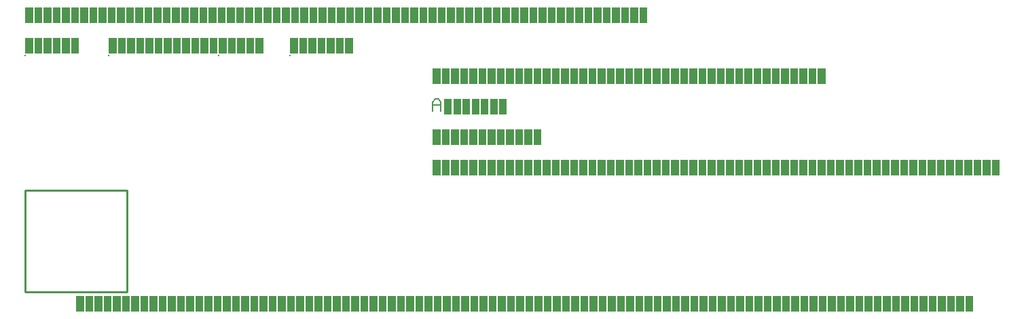
<source format=gbr>
G04 start of page 3 for group -1 layer_idx -1 *
G04 Title: text rotations, TODO:group_name *
G04 Creator: <version>
G04 CreationDate: <date>
G04 For:  *
G04 Format: Gerber/RS-274X *
G04 PCB-Dimensions: 50000 50000 *
G04 PCB-Coordinate-Origin: lower left *
%MOIN*%
%FSLAX25Y25*%
%LNFAB*%
%ADD15C,0.0060*%
%ADD14C,0.0100*%
%ADD13C,0.0080*%
%ADD12C,0.0001*%
G54D12*G36*
X0Y125000D02*Y117500D01*
X3750D01*
Y125000D01*
X0D01*
G37*
G36*
X4500D02*Y117500D01*
X8250D01*
Y125000D01*
X4500D01*
G37*
G36*
X9000D02*Y117500D01*
X12750D01*
Y125000D01*
X9000D01*
G37*
G36*
X13500D02*Y117500D01*
X17250D01*
Y125000D01*
X13500D01*
G37*
G36*
X18000D02*Y117500D01*
X21750D01*
Y125000D01*
X18000D01*
G37*
G36*
X22500D02*Y117500D01*
X26250D01*
Y125000D01*
X22500D01*
G37*
G54D13*X0Y116500D03*
G54D12*G36*
X41000Y125000D02*Y117500D01*
X44750D01*
Y125000D01*
X41000D01*
G37*
G36*
X45500D02*Y117500D01*
X49250D01*
Y125000D01*
X45500D01*
G37*
G36*
X50000D02*Y117500D01*
X53750D01*
Y125000D01*
X50000D01*
G37*
G36*
X54500D02*Y117500D01*
X58250D01*
Y125000D01*
X54500D01*
G37*
G36*
X59000D02*Y117500D01*
X62750D01*
Y125000D01*
X59000D01*
G37*
G36*
X63500D02*Y117500D01*
X67250D01*
Y125000D01*
X63500D01*
G37*
G36*
X68000D02*Y117500D01*
X71750D01*
Y125000D01*
X68000D01*
G37*
G36*
X72500D02*Y117500D01*
X76250D01*
Y125000D01*
X72500D01*
G37*
G36*
X77000D02*Y117500D01*
X80750D01*
Y125000D01*
X77000D01*
G37*
G36*
X81500D02*Y117500D01*
X85250D01*
Y125000D01*
X81500D01*
G37*
G36*
X86000D02*Y117500D01*
X89750D01*
Y125000D01*
X86000D01*
G37*
G36*
X90500D02*Y117500D01*
X94250D01*
Y125000D01*
X90500D01*
G37*
G54D13*X41000Y116500D03*
G54D12*G36*
X95000Y125000D02*Y117500D01*
X98750D01*
Y125000D01*
X95000D01*
G37*
G36*
X99500D02*Y117500D01*
X103250D01*
Y125000D01*
X99500D01*
G37*
G36*
X104000D02*Y117500D01*
X107750D01*
Y125000D01*
X104000D01*
G37*
G36*
X108500D02*Y117500D01*
X112250D01*
Y125000D01*
X108500D01*
G37*
G36*
X113000D02*Y117500D01*
X116750D01*
Y125000D01*
X113000D01*
G37*
G54D13*X95000Y116500D03*
G54D12*G36*
X130000Y125000D02*Y117500D01*
X133750D01*
Y125000D01*
X130000D01*
G37*
G36*
X134500D02*Y117500D01*
X138250D01*
Y125000D01*
X134500D01*
G37*
G36*
X139000D02*Y117500D01*
X142750D01*
Y125000D01*
X139000D01*
G37*
G36*
X143500D02*Y117500D01*
X147250D01*
Y125000D01*
X143500D01*
G37*
G36*
X148000D02*Y117500D01*
X151750D01*
Y125000D01*
X148000D01*
G37*
G36*
X152500D02*Y117500D01*
X156250D01*
Y125000D01*
X152500D01*
G37*
G36*
X157000D02*Y117500D01*
X160750D01*
Y125000D01*
X157000D01*
G37*
G54D13*X130000Y116500D03*
G54D12*G36*
X0Y140000D02*Y132500D01*
X3750D01*
Y140000D01*
X0D01*
G37*
G36*
X4500D02*Y132500D01*
X8250D01*
Y140000D01*
X4500D01*
G37*
G36*
X9000D02*Y132500D01*
X12750D01*
Y140000D01*
X9000D01*
G37*
G36*
X13500D02*Y132500D01*
X17250D01*
Y140000D01*
X13500D01*
G37*
G36*
X18000D02*Y132500D01*
X21750D01*
Y140000D01*
X18000D01*
G37*
G36*
X22500D02*Y132500D01*
X26250D01*
Y140000D01*
X22500D01*
G37*
G36*
X27000D02*Y132500D01*
X30750D01*
Y140000D01*
X27000D01*
G37*
G36*
X31500D02*Y132500D01*
X35250D01*
Y140000D01*
X31500D01*
G37*
G36*
X36000D02*Y132500D01*
X39750D01*
Y140000D01*
X36000D01*
G37*
G36*
X40500D02*Y132500D01*
X44250D01*
Y140000D01*
X40500D01*
G37*
G36*
X45000D02*Y132500D01*
X48750D01*
Y140000D01*
X45000D01*
G37*
G36*
X49500D02*Y132500D01*
X53250D01*
Y140000D01*
X49500D01*
G37*
G36*
X54000D02*Y132500D01*
X57750D01*
Y140000D01*
X54000D01*
G37*
G36*
X58500D02*Y132500D01*
X62250D01*
Y140000D01*
X58500D01*
G37*
G36*
X63000D02*Y132500D01*
X66750D01*
Y140000D01*
X63000D01*
G37*
G36*
X67500D02*Y132500D01*
X71250D01*
Y140000D01*
X67500D01*
G37*
G36*
X72000D02*Y132500D01*
X75750D01*
Y140000D01*
X72000D01*
G37*
G36*
X76500D02*Y132500D01*
X80250D01*
Y140000D01*
X76500D01*
G37*
G36*
X81000D02*Y132500D01*
X84750D01*
Y140000D01*
X81000D01*
G37*
G36*
X85500D02*Y132500D01*
X89250D01*
Y140000D01*
X85500D01*
G37*
G36*
X90000D02*Y132500D01*
X93750D01*
Y140000D01*
X90000D01*
G37*
G36*
X94500D02*Y132500D01*
X98250D01*
Y140000D01*
X94500D01*
G37*
G36*
X99000D02*Y132500D01*
X102750D01*
Y140000D01*
X99000D01*
G37*
G36*
X103500D02*Y132500D01*
X107250D01*
Y140000D01*
X103500D01*
G37*
G36*
X108000D02*Y132500D01*
X111750D01*
Y140000D01*
X108000D01*
G37*
G36*
X112500D02*Y132500D01*
X116250D01*
Y140000D01*
X112500D01*
G37*
G36*
X117000D02*Y132500D01*
X120750D01*
Y140000D01*
X117000D01*
G37*
G36*
X121500D02*Y132500D01*
X125250D01*
Y140000D01*
X121500D01*
G37*
G36*
X126000D02*Y132500D01*
X129750D01*
Y140000D01*
X126000D01*
G37*
G36*
X130500D02*Y132500D01*
X134250D01*
Y140000D01*
X130500D01*
G37*
G36*
X135000D02*Y132500D01*
X138750D01*
Y140000D01*
X135000D01*
G37*
G36*
X139500D02*Y132500D01*
X143250D01*
Y140000D01*
X139500D01*
G37*
G36*
X144000D02*Y132500D01*
X147750D01*
Y140000D01*
X144000D01*
G37*
G36*
X148500D02*Y132500D01*
X152250D01*
Y140000D01*
X148500D01*
G37*
G36*
X153000D02*Y132500D01*
X156750D01*
Y140000D01*
X153000D01*
G37*
G36*
X157500D02*Y132500D01*
X161250D01*
Y140000D01*
X157500D01*
G37*
G36*
X162000D02*Y132500D01*
X165750D01*
Y140000D01*
X162000D01*
G37*
G36*
X166500D02*Y132500D01*
X170250D01*
Y140000D01*
X166500D01*
G37*
G36*
X171000D02*Y132500D01*
X174750D01*
Y140000D01*
X171000D01*
G37*
G36*
X175500D02*Y132500D01*
X179250D01*
Y140000D01*
X175500D01*
G37*
G36*
X180000D02*Y132500D01*
X183750D01*
Y140000D01*
X180000D01*
G37*
G36*
X184500D02*Y132500D01*
X188250D01*
Y140000D01*
X184500D01*
G37*
G36*
X189000D02*Y132500D01*
X192750D01*
Y140000D01*
X189000D01*
G37*
G36*
X193500D02*Y132500D01*
X197250D01*
Y140000D01*
X193500D01*
G37*
G36*
X198000D02*Y132500D01*
X201750D01*
Y140000D01*
X198000D01*
G37*
G36*
X202500D02*Y132500D01*
X206250D01*
Y140000D01*
X202500D01*
G37*
G36*
X207000D02*Y132500D01*
X210750D01*
Y140000D01*
X207000D01*
G37*
G36*
X211500D02*Y132500D01*
X215250D01*
Y140000D01*
X211500D01*
G37*
G36*
X216000D02*Y132500D01*
X219750D01*
Y140000D01*
X216000D01*
G37*
G36*
X220500D02*Y132500D01*
X224250D01*
Y140000D01*
X220500D01*
G37*
G36*
X225000D02*Y132500D01*
X228750D01*
Y140000D01*
X225000D01*
G37*
G36*
X229500D02*Y132500D01*
X233250D01*
Y140000D01*
X229500D01*
G37*
G36*
X234000D02*Y132500D01*
X237750D01*
Y140000D01*
X234000D01*
G37*
G36*
X238500D02*Y132500D01*
X242250D01*
Y140000D01*
X238500D01*
G37*
G36*
X243000D02*Y132500D01*
X246750D01*
Y140000D01*
X243000D01*
G37*
G36*
X247500D02*Y132500D01*
X251250D01*
Y140000D01*
X247500D01*
G37*
G36*
X252000D02*Y132500D01*
X255750D01*
Y140000D01*
X252000D01*
G37*
G36*
X256500D02*Y132500D01*
X260250D01*
Y140000D01*
X256500D01*
G37*
G36*
X261000D02*Y132500D01*
X264750D01*
Y140000D01*
X261000D01*
G37*
G36*
X265500D02*Y132500D01*
X269250D01*
Y140000D01*
X265500D01*
G37*
G36*
X270000D02*Y132500D01*
X273750D01*
Y140000D01*
X270000D01*
G37*
G36*
X274500D02*Y132500D01*
X278250D01*
Y140000D01*
X274500D01*
G37*
G36*
X279000D02*Y132500D01*
X282750D01*
Y140000D01*
X279000D01*
G37*
G36*
X283500D02*Y132500D01*
X287250D01*
Y140000D01*
X283500D01*
G37*
G36*
X288000D02*Y132500D01*
X291750D01*
Y140000D01*
X288000D01*
G37*
G36*
X292500D02*Y132500D01*
X296250D01*
Y140000D01*
X292500D01*
G37*
G36*
X297000D02*Y132500D01*
X300750D01*
Y140000D01*
X297000D01*
G37*
G36*
X301500D02*Y132500D01*
X305250D01*
Y140000D01*
X301500D01*
G37*
G54D14*X0Y50000D02*X50000D01*
X0D02*Y0D01*
X50000Y50000D02*Y0D01*
X0D02*X50000D01*
G54D12*G36*
X200000Y65000D02*Y57500D01*
X203750D01*
Y65000D01*
X200000D01*
G37*
G36*
X204500D02*Y57500D01*
X208250D01*
Y65000D01*
X204500D01*
G37*
G36*
X209000D02*Y57500D01*
X212750D01*
Y65000D01*
X209000D01*
G37*
G36*
X213500D02*Y57500D01*
X217250D01*
Y65000D01*
X213500D01*
G37*
G36*
X218000D02*Y57500D01*
X221750D01*
Y65000D01*
X218000D01*
G37*
G36*
X222500D02*Y57500D01*
X226250D01*
Y65000D01*
X222500D01*
G37*
G36*
X227000D02*Y57500D01*
X230750D01*
Y65000D01*
X227000D01*
G37*
G36*
X231500D02*Y57500D01*
X235250D01*
Y65000D01*
X231500D01*
G37*
G36*
X236000D02*Y57500D01*
X239750D01*
Y65000D01*
X236000D01*
G37*
G36*
X240500D02*Y57500D01*
X244250D01*
Y65000D01*
X240500D01*
G37*
G36*
X245000D02*Y57500D01*
X248750D01*
Y65000D01*
X245000D01*
G37*
G36*
X249500D02*Y57500D01*
X253250D01*
Y65000D01*
X249500D01*
G37*
G36*
X254000D02*Y57500D01*
X257750D01*
Y65000D01*
X254000D01*
G37*
G36*
X258500D02*Y57500D01*
X262250D01*
Y65000D01*
X258500D01*
G37*
G36*
X263000D02*Y57500D01*
X266750D01*
Y65000D01*
X263000D01*
G37*
G36*
X267500D02*Y57500D01*
X271250D01*
Y65000D01*
X267500D01*
G37*
G36*
X272000D02*Y57500D01*
X275750D01*
Y65000D01*
X272000D01*
G37*
G36*
X276500D02*Y57500D01*
X280250D01*
Y65000D01*
X276500D01*
G37*
G36*
X281000D02*Y57500D01*
X284750D01*
Y65000D01*
X281000D01*
G37*
G36*
X285500D02*Y57500D01*
X289250D01*
Y65000D01*
X285500D01*
G37*
G36*
X290000D02*Y57500D01*
X293750D01*
Y65000D01*
X290000D01*
G37*
G36*
X294500D02*Y57500D01*
X298250D01*
Y65000D01*
X294500D01*
G37*
G36*
X299000D02*Y57500D01*
X302750D01*
Y65000D01*
X299000D01*
G37*
G36*
X303500D02*Y57500D01*
X307250D01*
Y65000D01*
X303500D01*
G37*
G36*
X308000D02*Y57500D01*
X311750D01*
Y65000D01*
X308000D01*
G37*
G36*
X312500D02*Y57500D01*
X316250D01*
Y65000D01*
X312500D01*
G37*
G36*
X317000D02*Y57500D01*
X320750D01*
Y65000D01*
X317000D01*
G37*
G36*
X321500D02*Y57500D01*
X325250D01*
Y65000D01*
X321500D01*
G37*
G36*
X326000D02*Y57500D01*
X329750D01*
Y65000D01*
X326000D01*
G37*
G36*
X330500D02*Y57500D01*
X334250D01*
Y65000D01*
X330500D01*
G37*
G36*
X335000D02*Y57500D01*
X338750D01*
Y65000D01*
X335000D01*
G37*
G36*
X339500D02*Y57500D01*
X343250D01*
Y65000D01*
X339500D01*
G37*
G36*
X344000D02*Y57500D01*
X347750D01*
Y65000D01*
X344000D01*
G37*
G36*
X348500D02*Y57500D01*
X352250D01*
Y65000D01*
X348500D01*
G37*
G36*
X353000D02*Y57500D01*
X356750D01*
Y65000D01*
X353000D01*
G37*
G36*
X357500D02*Y57500D01*
X361250D01*
Y65000D01*
X357500D01*
G37*
G36*
X362000D02*Y57500D01*
X365750D01*
Y65000D01*
X362000D01*
G37*
G36*
X366500D02*Y57500D01*
X370250D01*
Y65000D01*
X366500D01*
G37*
G36*
X371000D02*Y57500D01*
X374750D01*
Y65000D01*
X371000D01*
G37*
G36*
X375500D02*Y57500D01*
X379250D01*
Y65000D01*
X375500D01*
G37*
G36*
X380000D02*Y57500D01*
X383750D01*
Y65000D01*
X380000D01*
G37*
G36*
X384500D02*Y57500D01*
X388250D01*
Y65000D01*
X384500D01*
G37*
G36*
X389000D02*Y57500D01*
X392750D01*
Y65000D01*
X389000D01*
G37*
G36*
X393500D02*Y57500D01*
X397250D01*
Y65000D01*
X393500D01*
G37*
G36*
X398000D02*Y57500D01*
X401750D01*
Y65000D01*
X398000D01*
G37*
G36*
X402500D02*Y57500D01*
X406250D01*
Y65000D01*
X402500D01*
G37*
G36*
X407000D02*Y57500D01*
X410750D01*
Y65000D01*
X407000D01*
G37*
G36*
X411500D02*Y57500D01*
X415250D01*
Y65000D01*
X411500D01*
G37*
G36*
X416000D02*Y57500D01*
X419750D01*
Y65000D01*
X416000D01*
G37*
G36*
X420500D02*Y57500D01*
X424250D01*
Y65000D01*
X420500D01*
G37*
G36*
X425000D02*Y57500D01*
X428750D01*
Y65000D01*
X425000D01*
G37*
G36*
X429500D02*Y57500D01*
X433250D01*
Y65000D01*
X429500D01*
G37*
G36*
X434000D02*Y57500D01*
X437750D01*
Y65000D01*
X434000D01*
G37*
G36*
X438500D02*Y57500D01*
X442250D01*
Y65000D01*
X438500D01*
G37*
G36*
X443000D02*Y57500D01*
X446750D01*
Y65000D01*
X443000D01*
G37*
G36*
X447500D02*Y57500D01*
X451250D01*
Y65000D01*
X447500D01*
G37*
G36*
X452000D02*Y57500D01*
X455750D01*
Y65000D01*
X452000D01*
G37*
G36*
X456500D02*Y57500D01*
X460250D01*
Y65000D01*
X456500D01*
G37*
G36*
X461000D02*Y57500D01*
X464750D01*
Y65000D01*
X461000D01*
G37*
G36*
X465500D02*Y57500D01*
X469250D01*
Y65000D01*
X465500D01*
G37*
G36*
X470000D02*Y57500D01*
X473750D01*
Y65000D01*
X470000D01*
G37*
G36*
X474500D02*Y57500D01*
X478250D01*
Y65000D01*
X474500D01*
G37*
G36*
X25000Y-2000D02*Y-9500D01*
X28750D01*
Y-2000D01*
X25000D01*
G37*
G36*
X29500D02*Y-9500D01*
X33250D01*
Y-2000D01*
X29500D01*
G37*
G36*
X34000D02*Y-9500D01*
X37750D01*
Y-2000D01*
X34000D01*
G37*
G36*
X38500D02*Y-9500D01*
X42250D01*
Y-2000D01*
X38500D01*
G37*
G36*
X43000D02*Y-9500D01*
X46750D01*
Y-2000D01*
X43000D01*
G37*
G36*
X47500D02*Y-9500D01*
X51250D01*
Y-2000D01*
X47500D01*
G37*
G36*
X52000D02*Y-9500D01*
X55750D01*
Y-2000D01*
X52000D01*
G37*
G36*
X56500D02*Y-9500D01*
X60250D01*
Y-2000D01*
X56500D01*
G37*
G36*
X61000D02*Y-9500D01*
X64750D01*
Y-2000D01*
X61000D01*
G37*
G36*
X65500D02*Y-9500D01*
X69250D01*
Y-2000D01*
X65500D01*
G37*
G36*
X70000D02*Y-9500D01*
X73750D01*
Y-2000D01*
X70000D01*
G37*
G36*
X74500D02*Y-9500D01*
X78250D01*
Y-2000D01*
X74500D01*
G37*
G36*
X79000D02*Y-9500D01*
X82750D01*
Y-2000D01*
X79000D01*
G37*
G36*
X83500D02*Y-9500D01*
X87250D01*
Y-2000D01*
X83500D01*
G37*
G36*
X88000D02*Y-9500D01*
X91750D01*
Y-2000D01*
X88000D01*
G37*
G36*
X92500D02*Y-9500D01*
X96250D01*
Y-2000D01*
X92500D01*
G37*
G36*
X97000D02*Y-9500D01*
X100750D01*
Y-2000D01*
X97000D01*
G37*
G36*
X101500D02*Y-9500D01*
X105250D01*
Y-2000D01*
X101500D01*
G37*
G36*
X106000D02*Y-9500D01*
X109750D01*
Y-2000D01*
X106000D01*
G37*
G36*
X110500D02*Y-9500D01*
X114250D01*
Y-2000D01*
X110500D01*
G37*
G36*
X115000D02*Y-9500D01*
X118750D01*
Y-2000D01*
X115000D01*
G37*
G36*
X119500D02*Y-9500D01*
X123250D01*
Y-2000D01*
X119500D01*
G37*
G36*
X124000D02*Y-9500D01*
X127750D01*
Y-2000D01*
X124000D01*
G37*
G36*
X128500D02*Y-9500D01*
X132250D01*
Y-2000D01*
X128500D01*
G37*
G36*
X133000D02*Y-9500D01*
X136750D01*
Y-2000D01*
X133000D01*
G37*
G36*
X137500D02*Y-9500D01*
X141250D01*
Y-2000D01*
X137500D01*
G37*
G36*
X142000D02*Y-9500D01*
X145750D01*
Y-2000D01*
X142000D01*
G37*
G36*
X146500D02*Y-9500D01*
X150250D01*
Y-2000D01*
X146500D01*
G37*
G36*
X151000D02*Y-9500D01*
X154750D01*
Y-2000D01*
X151000D01*
G37*
G36*
X155500D02*Y-9500D01*
X159250D01*
Y-2000D01*
X155500D01*
G37*
G36*
X160000D02*Y-9500D01*
X163750D01*
Y-2000D01*
X160000D01*
G37*
G36*
X164500D02*Y-9500D01*
X168250D01*
Y-2000D01*
X164500D01*
G37*
G36*
X169000D02*Y-9500D01*
X172750D01*
Y-2000D01*
X169000D01*
G37*
G36*
X173500D02*Y-9500D01*
X177250D01*
Y-2000D01*
X173500D01*
G37*
G36*
X178000D02*Y-9500D01*
X181750D01*
Y-2000D01*
X178000D01*
G37*
G36*
X182500D02*Y-9500D01*
X186250D01*
Y-2000D01*
X182500D01*
G37*
G36*
X187000D02*Y-9500D01*
X190750D01*
Y-2000D01*
X187000D01*
G37*
G36*
X191500D02*Y-9500D01*
X195250D01*
Y-2000D01*
X191500D01*
G37*
G36*
X196000D02*Y-9500D01*
X199750D01*
Y-2000D01*
X196000D01*
G37*
G36*
X200500D02*Y-9500D01*
X204250D01*
Y-2000D01*
X200500D01*
G37*
G36*
X205000D02*Y-9500D01*
X208750D01*
Y-2000D01*
X205000D01*
G37*
G36*
X209500D02*Y-9500D01*
X213250D01*
Y-2000D01*
X209500D01*
G37*
G36*
X214000D02*Y-9500D01*
X217750D01*
Y-2000D01*
X214000D01*
G37*
G36*
X218500D02*Y-9500D01*
X222250D01*
Y-2000D01*
X218500D01*
G37*
G36*
X223000D02*Y-9500D01*
X226750D01*
Y-2000D01*
X223000D01*
G37*
G36*
X227500D02*Y-9500D01*
X231250D01*
Y-2000D01*
X227500D01*
G37*
G36*
X232000D02*Y-9500D01*
X235750D01*
Y-2000D01*
X232000D01*
G37*
G36*
X236500D02*Y-9500D01*
X240250D01*
Y-2000D01*
X236500D01*
G37*
G36*
X241000D02*Y-9500D01*
X244750D01*
Y-2000D01*
X241000D01*
G37*
G36*
X245500D02*Y-9500D01*
X249250D01*
Y-2000D01*
X245500D01*
G37*
G36*
X250000D02*Y-9500D01*
X253750D01*
Y-2000D01*
X250000D01*
G37*
G36*
X254500D02*Y-9500D01*
X258250D01*
Y-2000D01*
X254500D01*
G37*
G36*
X259000D02*Y-9500D01*
X262750D01*
Y-2000D01*
X259000D01*
G37*
G36*
X263500D02*Y-9500D01*
X267250D01*
Y-2000D01*
X263500D01*
G37*
G36*
X268000D02*Y-9500D01*
X271750D01*
Y-2000D01*
X268000D01*
G37*
G36*
X272500D02*Y-9500D01*
X276250D01*
Y-2000D01*
X272500D01*
G37*
G36*
X277000D02*Y-9500D01*
X280750D01*
Y-2000D01*
X277000D01*
G37*
G36*
X281500D02*Y-9500D01*
X285250D01*
Y-2000D01*
X281500D01*
G37*
G36*
X286000D02*Y-9500D01*
X289750D01*
Y-2000D01*
X286000D01*
G37*
G36*
X290500D02*Y-9500D01*
X294250D01*
Y-2000D01*
X290500D01*
G37*
G36*
X295000D02*Y-9500D01*
X298750D01*
Y-2000D01*
X295000D01*
G37*
G36*
X299500D02*Y-9500D01*
X303250D01*
Y-2000D01*
X299500D01*
G37*
G36*
X304000D02*Y-9500D01*
X307750D01*
Y-2000D01*
X304000D01*
G37*
G36*
X308500D02*Y-9500D01*
X312250D01*
Y-2000D01*
X308500D01*
G37*
G36*
X313000D02*Y-9500D01*
X316750D01*
Y-2000D01*
X313000D01*
G37*
G36*
X317500D02*Y-9500D01*
X321250D01*
Y-2000D01*
X317500D01*
G37*
G36*
X322000D02*Y-9500D01*
X325750D01*
Y-2000D01*
X322000D01*
G37*
G36*
X326500D02*Y-9500D01*
X330250D01*
Y-2000D01*
X326500D01*
G37*
G36*
X331000D02*Y-9500D01*
X334750D01*
Y-2000D01*
X331000D01*
G37*
G36*
X335500D02*Y-9500D01*
X339250D01*
Y-2000D01*
X335500D01*
G37*
G36*
X340000D02*Y-9500D01*
X343750D01*
Y-2000D01*
X340000D01*
G37*
G36*
X344500D02*Y-9500D01*
X348250D01*
Y-2000D01*
X344500D01*
G37*
G36*
X349000D02*Y-9500D01*
X352750D01*
Y-2000D01*
X349000D01*
G37*
G36*
X353500D02*Y-9500D01*
X357250D01*
Y-2000D01*
X353500D01*
G37*
G36*
X358000D02*Y-9500D01*
X361750D01*
Y-2000D01*
X358000D01*
G37*
G36*
X362500D02*Y-9500D01*
X366250D01*
Y-2000D01*
X362500D01*
G37*
G36*
X367000D02*Y-9500D01*
X370750D01*
Y-2000D01*
X367000D01*
G37*
G36*
X371500D02*Y-9500D01*
X375250D01*
Y-2000D01*
X371500D01*
G37*
G36*
X376000D02*Y-9500D01*
X379750D01*
Y-2000D01*
X376000D01*
G37*
G36*
X380500D02*Y-9500D01*
X384250D01*
Y-2000D01*
X380500D01*
G37*
G36*
X385000D02*Y-9500D01*
X388750D01*
Y-2000D01*
X385000D01*
G37*
G36*
X389500D02*Y-9500D01*
X393250D01*
Y-2000D01*
X389500D01*
G37*
G36*
X394000D02*Y-9500D01*
X397750D01*
Y-2000D01*
X394000D01*
G37*
G36*
X398500D02*Y-9500D01*
X402250D01*
Y-2000D01*
X398500D01*
G37*
G36*
X403000D02*Y-9500D01*
X406750D01*
Y-2000D01*
X403000D01*
G37*
G36*
X407500D02*Y-9500D01*
X411251D01*
Y-2000D01*
X407500D01*
G37*
G36*
X412001D02*Y-9500D01*
X415751D01*
Y-2000D01*
X412001D01*
G37*
G36*
X416501D02*Y-9500D01*
X420251D01*
Y-2000D01*
X416501D01*
G37*
G36*
X421001D02*Y-9500D01*
X424751D01*
Y-2000D01*
X421001D01*
G37*
G36*
X425501D02*Y-9500D01*
X429251D01*
Y-2000D01*
X425501D01*
G37*
G36*
X430001D02*Y-9500D01*
X433751D01*
Y-2000D01*
X430001D01*
G37*
G36*
X434501D02*Y-9500D01*
X438251D01*
Y-2000D01*
X434501D01*
G37*
G36*
X439001D02*Y-9500D01*
X442751D01*
Y-2000D01*
X439001D01*
G37*
G36*
X443501D02*Y-9500D01*
X447251D01*
Y-2000D01*
X443501D01*
G37*
G36*
X448001D02*Y-9500D01*
X451751D01*
Y-2000D01*
X448001D01*
G37*
G36*
X452501D02*Y-9500D01*
X456251D01*
Y-2000D01*
X452501D01*
G37*
G36*
X457001D02*Y-9500D01*
X460751D01*
Y-2000D01*
X457001D01*
G37*
G36*
X461501D02*Y-9500D01*
X465251D01*
Y-2000D01*
X461501D01*
G37*
G36*
X200000Y80000D02*Y72500D01*
X203750D01*
Y80000D01*
X200000D01*
G37*
G36*
X204500D02*Y72500D01*
X208250D01*
Y80000D01*
X204500D01*
G37*
G36*
X209000D02*Y72500D01*
X212750D01*
Y80000D01*
X209000D01*
G37*
G36*
X213500D02*Y72500D01*
X217250D01*
Y80000D01*
X213500D01*
G37*
G36*
X218000D02*Y72500D01*
X221750D01*
Y80000D01*
X218000D01*
G37*
G36*
X222500D02*Y72500D01*
X226250D01*
Y80000D01*
X222500D01*
G37*
G36*
X227000D02*Y72500D01*
X230750D01*
Y80000D01*
X227000D01*
G37*
G36*
X231500D02*Y72500D01*
X235250D01*
Y80000D01*
X231500D01*
G37*
G36*
X236000D02*Y72500D01*
X239750D01*
Y80000D01*
X236000D01*
G37*
G36*
X240500D02*Y72500D01*
X244250D01*
Y80000D01*
X240500D01*
G37*
G36*
X245000D02*Y72500D01*
X248750D01*
Y80000D01*
X245000D01*
G37*
G36*
X249500D02*Y72500D01*
X253250D01*
Y80000D01*
X249500D01*
G37*
G54D15*X200000Y93500D02*Y89000D01*
Y93500D02*X201050Y95000D01*
X202700D01*
X203750Y93500D01*
Y89000D01*
X200000Y92000D02*X203750D01*
G54D12*G36*
X205550Y95000D02*Y87500D01*
X209300D01*
Y95000D01*
X205550D01*
G37*
G36*
X210050D02*Y87500D01*
X213800D01*
Y95000D01*
X210050D01*
G37*
G36*
X214550D02*Y87500D01*
X218300D01*
Y95000D01*
X214550D01*
G37*
G36*
X219050D02*Y87500D01*
X222800D01*
Y95000D01*
X219050D01*
G37*
G36*
X223550D02*Y87500D01*
X227300D01*
Y95000D01*
X223550D01*
G37*
G36*
X228050D02*Y87500D01*
X231800D01*
Y95000D01*
X228050D01*
G37*
G36*
X232550D02*Y87500D01*
X236300D01*
Y95000D01*
X232550D01*
G37*
G36*
X200000Y110000D02*Y102500D01*
X203750D01*
Y110000D01*
X200000D01*
G37*
G36*
X204500D02*Y102500D01*
X208250D01*
Y110000D01*
X204500D01*
G37*
G36*
X209000D02*Y102500D01*
X212750D01*
Y110000D01*
X209000D01*
G37*
G36*
X213500D02*Y102500D01*
X217250D01*
Y110000D01*
X213500D01*
G37*
G36*
X218000D02*Y102500D01*
X221750D01*
Y110000D01*
X218000D01*
G37*
G36*
X222500D02*Y102500D01*
X226250D01*
Y110000D01*
X222500D01*
G37*
G36*
X227000D02*Y102500D01*
X230750D01*
Y110000D01*
X227000D01*
G37*
G36*
X231500D02*Y102500D01*
X235250D01*
Y110000D01*
X231500D01*
G37*
G36*
X236000D02*Y102500D01*
X239750D01*
Y110000D01*
X236000D01*
G37*
G36*
X240500D02*Y102500D01*
X244250D01*
Y110000D01*
X240500D01*
G37*
G36*
X245000D02*Y102500D01*
X248750D01*
Y110000D01*
X245000D01*
G37*
G36*
X249500D02*Y102500D01*
X253250D01*
Y110000D01*
X249500D01*
G37*
G36*
X254000D02*Y102500D01*
X257750D01*
Y110000D01*
X254000D01*
G37*
G36*
X258500D02*Y102500D01*
X262250D01*
Y110000D01*
X258500D01*
G37*
G36*
X263000D02*Y102500D01*
X266750D01*
Y110000D01*
X263000D01*
G37*
G36*
X267500D02*Y102500D01*
X271250D01*
Y110000D01*
X267500D01*
G37*
G36*
X272000D02*Y102500D01*
X275750D01*
Y110000D01*
X272000D01*
G37*
G36*
X276500D02*Y102500D01*
X280250D01*
Y110000D01*
X276500D01*
G37*
G36*
X281000D02*Y102500D01*
X284750D01*
Y110000D01*
X281000D01*
G37*
G36*
X285500D02*Y102500D01*
X289250D01*
Y110000D01*
X285500D01*
G37*
G36*
X290000D02*Y102500D01*
X293750D01*
Y110000D01*
X290000D01*
G37*
G36*
X294500D02*Y102500D01*
X298250D01*
Y110000D01*
X294500D01*
G37*
G36*
X299000D02*Y102500D01*
X302750D01*
Y110000D01*
X299000D01*
G37*
G36*
X303500D02*Y102500D01*
X307250D01*
Y110000D01*
X303500D01*
G37*
G36*
X308000D02*Y102500D01*
X311750D01*
Y110000D01*
X308000D01*
G37*
G36*
X312500D02*Y102500D01*
X316250D01*
Y110000D01*
X312500D01*
G37*
G36*
X317000D02*Y102500D01*
X320750D01*
Y110000D01*
X317000D01*
G37*
G36*
X321500D02*Y102500D01*
X325250D01*
Y110000D01*
X321500D01*
G37*
G36*
X326000D02*Y102500D01*
X329750D01*
Y110000D01*
X326000D01*
G37*
G36*
X330500D02*Y102500D01*
X334250D01*
Y110000D01*
X330500D01*
G37*
G36*
X335000D02*Y102500D01*
X338750D01*
Y110000D01*
X335000D01*
G37*
G36*
X339500D02*Y102500D01*
X343250D01*
Y110000D01*
X339500D01*
G37*
G36*
X344000D02*Y102500D01*
X347750D01*
Y110000D01*
X344000D01*
G37*
G36*
X348500D02*Y102500D01*
X352250D01*
Y110000D01*
X348500D01*
G37*
G36*
X353000D02*Y102500D01*
X356750D01*
Y110000D01*
X353000D01*
G37*
G36*
X357500D02*Y102500D01*
X361250D01*
Y110000D01*
X357500D01*
G37*
G36*
X362000D02*Y102500D01*
X365750D01*
Y110000D01*
X362000D01*
G37*
G36*
X366500D02*Y102500D01*
X370250D01*
Y110000D01*
X366500D01*
G37*
G36*
X371000D02*Y102500D01*
X374750D01*
Y110000D01*
X371000D01*
G37*
G36*
X375500D02*Y102500D01*
X379250D01*
Y110000D01*
X375500D01*
G37*
G36*
X380000D02*Y102500D01*
X383750D01*
Y110000D01*
X380000D01*
G37*
G36*
X384500D02*Y102500D01*
X388250D01*
Y110000D01*
X384500D01*
G37*
G36*
X389000D02*Y102500D01*
X392750D01*
Y110000D01*
X389000D01*
G37*
M02*

</source>
